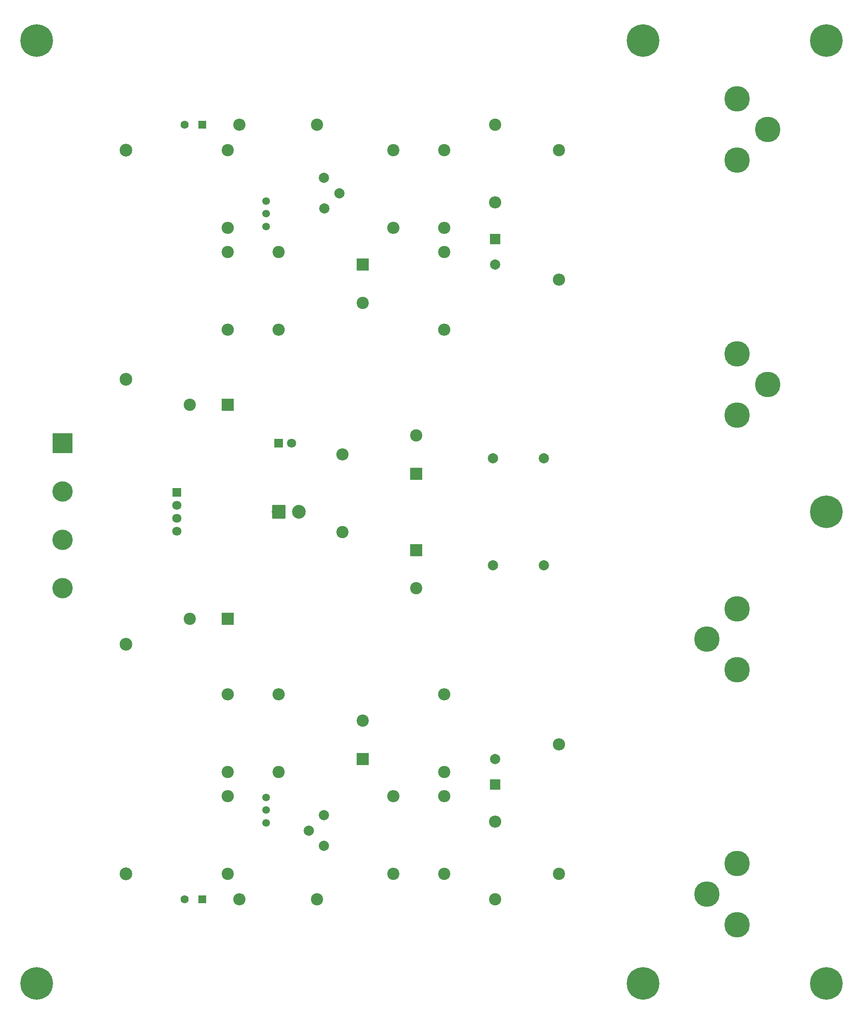
<source format=gbr>
G04 #@! TF.GenerationSoftware,KiCad,Pcbnew,(5.1.2)-2*
G04 #@! TF.CreationDate,2019-10-25T23:49:28+03:00*
G04 #@! TF.ProjectId,JLH,4a4c482e-6b69-4636-9164-5f7063625858,rev?*
G04 #@! TF.SameCoordinates,Original*
G04 #@! TF.FileFunction,Copper,L1,Top*
G04 #@! TF.FilePolarity,Positive*
%FSLAX46Y46*%
G04 Gerber Fmt 4.6, Leading zero omitted, Abs format (unit mm)*
G04 Created by KiCad (PCBNEW (5.1.2)-2) date 2019-10-25 23:49:28*
%MOMM*%
%LPD*%
G04 APERTURE LIST*
%ADD10C,2.500000*%
%ADD11C,1.600000*%
%ADD12R,1.600000X1.600000*%
%ADD13C,2.000000*%
%ADD14R,2.000000X2.000000*%
%ADD15R,2.400000X2.400000*%
%ADD16C,2.400000*%
%ADD17C,1.500000*%
%ADD18C,5.000000*%
%ADD19O,2.400000X2.400000*%
%ADD20R,1.800000X1.800000*%
%ADD21C,1.800000*%
%ADD22C,4.000000*%
%ADD23R,4.000000X4.000000*%
%ADD24C,0.100000*%
%ADD25C,2.700000*%
%ADD26C,6.400000*%
G04 APERTURE END LIST*
D10*
X45000000Y-100000000D03*
X45000000Y-55000000D03*
D11*
X56500000Y-50000000D03*
D12*
X60000000Y-50000000D03*
D13*
X117500000Y-77500000D03*
D14*
X117500000Y-72500000D03*
D15*
X91480000Y-77500000D03*
D16*
X91480000Y-85000000D03*
D17*
X72500000Y-65000000D03*
X72500000Y-67500000D03*
X72500000Y-70000000D03*
D13*
X83860000Y-60470000D03*
X86860000Y-63470000D03*
X83910000Y-66470000D03*
D18*
X165000000Y-45000000D03*
X171000000Y-51000000D03*
X165000000Y-57000000D03*
X165000000Y-107000000D03*
X171000000Y-101000000D03*
X165000000Y-95000000D03*
D16*
X82500000Y-50000000D03*
D19*
X67260000Y-50000000D03*
D16*
X65000000Y-55000000D03*
D19*
X65000000Y-70240000D03*
D16*
X65000000Y-75000000D03*
D19*
X65000000Y-90240000D03*
X75000000Y-90240000D03*
D16*
X75000000Y-75000000D03*
D19*
X97500000Y-70240000D03*
D16*
X97500000Y-55000000D03*
D19*
X117500000Y-65240000D03*
D16*
X117500000Y-50000000D03*
X107500000Y-75000000D03*
D19*
X107500000Y-90240000D03*
D16*
X107500000Y-55000000D03*
D19*
X107500000Y-70240000D03*
D16*
X130000000Y-55000000D03*
D19*
X130000000Y-80400000D03*
D15*
X65000000Y-105000000D03*
D16*
X57500000Y-105000000D03*
D10*
X45000000Y-152000000D03*
X45000000Y-197000000D03*
D12*
X60000000Y-202000000D03*
D11*
X56500000Y-202000000D03*
D14*
X117500000Y-179500000D03*
D13*
X117500000Y-174500000D03*
D15*
X91480000Y-174500000D03*
D16*
X91480000Y-167000000D03*
X57500000Y-147000000D03*
D15*
X65000000Y-147000000D03*
D20*
X75000000Y-112500000D03*
D21*
X77540000Y-112500000D03*
D20*
X55000000Y-122190000D03*
D21*
X55000000Y-124730000D03*
X55000000Y-127270000D03*
X55000000Y-129810000D03*
D22*
X32500000Y-141000000D03*
X32500000Y-131500000D03*
X32500000Y-122000000D03*
D23*
X32500000Y-112500000D03*
D24*
G36*
X76124503Y-124651204D02*
G01*
X76148772Y-124654804D01*
X76172570Y-124660765D01*
X76195670Y-124669030D01*
X76217849Y-124679520D01*
X76238892Y-124692133D01*
X76258598Y-124706748D01*
X76276776Y-124723224D01*
X76293252Y-124741402D01*
X76307867Y-124761108D01*
X76320480Y-124782151D01*
X76330970Y-124804330D01*
X76339235Y-124827430D01*
X76345196Y-124851228D01*
X76348796Y-124875497D01*
X76350000Y-124900001D01*
X76350000Y-127099999D01*
X76348796Y-127124503D01*
X76345196Y-127148772D01*
X76339235Y-127172570D01*
X76330970Y-127195670D01*
X76320480Y-127217849D01*
X76307867Y-127238892D01*
X76293252Y-127258598D01*
X76276776Y-127276776D01*
X76258598Y-127293252D01*
X76238892Y-127307867D01*
X76217849Y-127320480D01*
X76195670Y-127330970D01*
X76172570Y-127339235D01*
X76148772Y-127345196D01*
X76124503Y-127348796D01*
X76099999Y-127350000D01*
X73900001Y-127350000D01*
X73875497Y-127348796D01*
X73851228Y-127345196D01*
X73827430Y-127339235D01*
X73804330Y-127330970D01*
X73782151Y-127320480D01*
X73761108Y-127307867D01*
X73741402Y-127293252D01*
X73723224Y-127276776D01*
X73706748Y-127258598D01*
X73692133Y-127238892D01*
X73679520Y-127217849D01*
X73669030Y-127195670D01*
X73660765Y-127172570D01*
X73654804Y-127148772D01*
X73651204Y-127124503D01*
X73650000Y-127099999D01*
X73650000Y-124900001D01*
X73651204Y-124875497D01*
X73654804Y-124851228D01*
X73660765Y-124827430D01*
X73669030Y-124804330D01*
X73679520Y-124782151D01*
X73692133Y-124761108D01*
X73706748Y-124741402D01*
X73723224Y-124723224D01*
X73741402Y-124706748D01*
X73761108Y-124692133D01*
X73782151Y-124679520D01*
X73804330Y-124669030D01*
X73827430Y-124660765D01*
X73851228Y-124654804D01*
X73875497Y-124651204D01*
X73900001Y-124650000D01*
X76099999Y-124650000D01*
X76124503Y-124651204D01*
X76124503Y-124651204D01*
G37*
D25*
X75000000Y-126000000D03*
X78960000Y-126000000D03*
D17*
X72500000Y-187000000D03*
X72500000Y-184500000D03*
X72500000Y-182000000D03*
D13*
X83860000Y-191530000D03*
X80860000Y-188530000D03*
X83810000Y-185530000D03*
D18*
X165000000Y-207000000D03*
X159000000Y-201000000D03*
X165000000Y-195000000D03*
X165000000Y-145000000D03*
X159000000Y-151000000D03*
X165000000Y-157000000D03*
D19*
X87500000Y-114760000D03*
D16*
X87500000Y-130000000D03*
X82500000Y-202000000D03*
D19*
X67260000Y-202000000D03*
D16*
X65000000Y-197000000D03*
D19*
X65000000Y-181760000D03*
X65000000Y-161760000D03*
D16*
X65000000Y-177000000D03*
D19*
X75000000Y-161760000D03*
D16*
X75000000Y-177000000D03*
X107500000Y-197000000D03*
D19*
X107500000Y-181760000D03*
D16*
X97500000Y-197000000D03*
D19*
X97500000Y-181760000D03*
X117500000Y-186760000D03*
D16*
X117500000Y-202000000D03*
X130000000Y-197000000D03*
D19*
X130000000Y-171600000D03*
X107500000Y-161760000D03*
D16*
X107500000Y-177000000D03*
D26*
X27500000Y-33500000D03*
X27500000Y-218500000D03*
X146500000Y-33500000D03*
X146500000Y-218500000D03*
X182500000Y-33500000D03*
X182500000Y-218500000D03*
D13*
X117000000Y-115500000D03*
X127000000Y-115500000D03*
D15*
X102000000Y-118500000D03*
D16*
X102000000Y-111000000D03*
D13*
X127000000Y-136500000D03*
X117000000Y-136500000D03*
D16*
X102000000Y-141000000D03*
D15*
X102000000Y-133500000D03*
D26*
X182500000Y-126000000D03*
M02*

</source>
